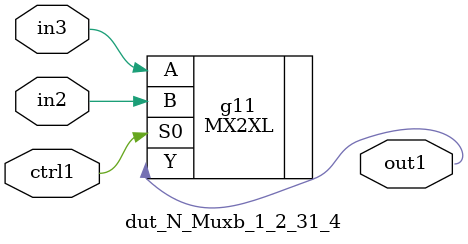
<source format=v>
`timescale 1ps / 1ps


module dut_N_Muxb_1_2_31_4(in3, in2, ctrl1, out1);
  input in3, in2, ctrl1;
  output out1;
  wire in3, in2, ctrl1;
  wire out1;
  MX2XL g11(.A (in3), .B (in2), .S0 (ctrl1), .Y (out1));
endmodule



</source>
